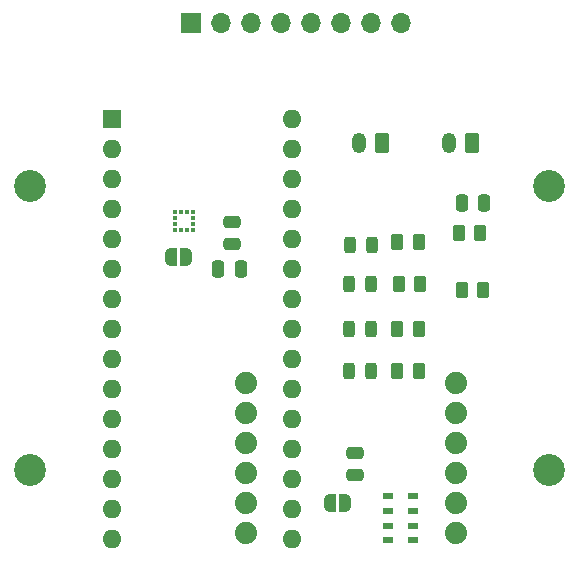
<source format=gbr>
%TF.GenerationSoftware,KiCad,Pcbnew,(6.0.7-1)-1*%
%TF.CreationDate,2023-01-25T16:43:34-06:00*%
%TF.ProjectId,BLACKBOX,424c4143-4b42-44f5-982e-6b696361645f,rev?*%
%TF.SameCoordinates,Original*%
%TF.FileFunction,Soldermask,Top*%
%TF.FilePolarity,Negative*%
%FSLAX46Y46*%
G04 Gerber Fmt 4.6, Leading zero omitted, Abs format (unit mm)*
G04 Created by KiCad (PCBNEW (6.0.7-1)-1) date 2023-01-25 16:43:34*
%MOMM*%
%LPD*%
G01*
G04 APERTURE LIST*
G04 Aperture macros list*
%AMRoundRect*
0 Rectangle with rounded corners*
0 $1 Rounding radius*
0 $2 $3 $4 $5 $6 $7 $8 $9 X,Y pos of 4 corners*
0 Add a 4 corners polygon primitive as box body*
4,1,4,$2,$3,$4,$5,$6,$7,$8,$9,$2,$3,0*
0 Add four circle primitives for the rounded corners*
1,1,$1+$1,$2,$3*
1,1,$1+$1,$4,$5*
1,1,$1+$1,$6,$7*
1,1,$1+$1,$8,$9*
0 Add four rect primitives between the rounded corners*
20,1,$1+$1,$2,$3,$4,$5,0*
20,1,$1+$1,$4,$5,$6,$7,0*
20,1,$1+$1,$6,$7,$8,$9,0*
20,1,$1+$1,$8,$9,$2,$3,0*%
%AMFreePoly0*
4,1,22,0.500000,-0.750000,0.000000,-0.750000,0.000000,-0.745033,-0.079941,-0.743568,-0.215256,-0.701293,-0.333266,-0.622738,-0.424486,-0.514219,-0.481581,-0.384460,-0.499164,-0.250000,-0.500000,-0.250000,-0.500000,0.250000,-0.499164,0.250000,-0.499963,0.256109,-0.478152,0.396186,-0.417904,0.524511,-0.324060,0.630769,-0.204165,0.706417,-0.067858,0.745374,0.000000,0.744959,0.000000,0.750000,
0.500000,0.750000,0.500000,-0.750000,0.500000,-0.750000,$1*%
%AMFreePoly1*
4,1,20,0.000000,0.744959,0.073905,0.744508,0.209726,0.703889,0.328688,0.626782,0.421226,0.519385,0.479903,0.390333,0.500000,0.250000,0.500000,-0.250000,0.499851,-0.262216,0.476331,-0.402017,0.414519,-0.529596,0.319384,-0.634700,0.198574,-0.708877,0.061801,-0.746166,0.000000,-0.745033,0.000000,-0.750000,-0.500000,-0.750000,-0.500000,0.750000,0.000000,0.750000,0.000000,0.744959,
0.000000,0.744959,$1*%
G04 Aperture macros list end*
%ADD10RoundRect,0.250000X0.262500X0.450000X-0.262500X0.450000X-0.262500X-0.450000X0.262500X-0.450000X0*%
%ADD11RoundRect,0.250000X-0.262500X-0.450000X0.262500X-0.450000X0.262500X0.450000X-0.262500X0.450000X0*%
%ADD12RoundRect,0.243750X0.243750X0.456250X-0.243750X0.456250X-0.243750X-0.456250X0.243750X-0.456250X0*%
%ADD13C,2.700000*%
%ADD14FreePoly0,0.000000*%
%ADD15FreePoly1,0.000000*%
%ADD16RoundRect,0.250000X0.350000X0.625000X-0.350000X0.625000X-0.350000X-0.625000X0.350000X-0.625000X0*%
%ADD17O,1.200000X1.750000*%
%ADD18R,0.950000X0.550000*%
%ADD19RoundRect,0.250000X0.475000X-0.250000X0.475000X0.250000X-0.475000X0.250000X-0.475000X-0.250000X0*%
%ADD20R,1.600000X1.600000*%
%ADD21O,1.600000X1.600000*%
%ADD22RoundRect,0.250000X-0.250000X-0.475000X0.250000X-0.475000X0.250000X0.475000X-0.250000X0.475000X0*%
%ADD23R,0.375000X0.350000*%
%ADD24R,0.350000X0.375000*%
%ADD25R,1.700000X1.700000*%
%ADD26O,1.700000X1.700000*%
%ADD27C,1.879600*%
G04 APERTURE END LIST*
D10*
%TO.C,R1*%
X126134500Y-61976000D03*
X124309500Y-61976000D03*
%TD*%
D11*
%TO.C,R5*%
X119229500Y-66294000D03*
X121054500Y-66294000D03*
%TD*%
D12*
%TO.C,D2*%
X116912000Y-70104000D03*
X115037000Y-70104000D03*
%TD*%
%TO.C,D1*%
X116912000Y-73660000D03*
X115037000Y-73660000D03*
%TD*%
D13*
%TO.C,*%
X132000000Y-58000000D03*
%TD*%
D11*
%TO.C,R6*%
X119126000Y-62738000D03*
X120951000Y-62738000D03*
%TD*%
D14*
%TO.C,JP3*%
X113396000Y-84836000D03*
D15*
X114696000Y-84836000D03*
%TD*%
D16*
%TO.C,J102*%
X125476000Y-54356000D03*
D17*
X123476000Y-54356000D03*
%TD*%
D13*
%TO.C,REF\u002A\u002A*%
X88000000Y-82000000D03*
%TD*%
D11*
%TO.C,R2*%
X124563500Y-66802000D03*
X126388500Y-66802000D03*
%TD*%
D12*
%TO.C,D4*%
X117015500Y-62992000D03*
X115140500Y-62992000D03*
%TD*%
D11*
%TO.C,R3*%
X119126000Y-73660000D03*
X120951000Y-73660000D03*
%TD*%
D12*
%TO.C,D3*%
X116912000Y-66294000D03*
X115037000Y-66294000D03*
%TD*%
D18*
%TO.C,U3*%
X118305000Y-84231000D03*
X118305000Y-85481000D03*
X118305000Y-86731000D03*
X118305000Y-87981000D03*
X120455000Y-87981000D03*
X120455000Y-86731000D03*
X120455000Y-85481000D03*
X120455000Y-84231000D03*
%TD*%
D19*
%TO.C,C4*%
X115570000Y-82484000D03*
X115570000Y-80584000D03*
%TD*%
%TO.C,C2*%
X105156000Y-62926000D03*
X105156000Y-61026000D03*
%TD*%
D11*
%TO.C,R4*%
X119126000Y-70104000D03*
X120951000Y-70104000D03*
%TD*%
D20*
%TO.C,A1*%
X94996000Y-52324000D03*
D21*
X94996000Y-54864000D03*
X94996000Y-57404000D03*
X94996000Y-59944000D03*
X94996000Y-62484000D03*
X94996000Y-65024000D03*
X94996000Y-67564000D03*
X94996000Y-70104000D03*
X94996000Y-72644000D03*
X94996000Y-75184000D03*
X94996000Y-77724000D03*
X94996000Y-80264000D03*
X94996000Y-82804000D03*
X94996000Y-85344000D03*
X94996000Y-87884000D03*
X110236000Y-87884000D03*
X110236000Y-85344000D03*
X110236000Y-82804000D03*
X110236000Y-80264000D03*
X110236000Y-77724000D03*
X110236000Y-75184000D03*
X110236000Y-72644000D03*
X110236000Y-70104000D03*
X110236000Y-67564000D03*
X110236000Y-65024000D03*
X110236000Y-62484000D03*
X110236000Y-59944000D03*
X110236000Y-57404000D03*
X110236000Y-54864000D03*
X110236000Y-52324000D03*
%TD*%
D13*
%TO.C,*%
X132000000Y-82000000D03*
%TD*%
%TO.C,*%
X88000000Y-58025000D03*
%TD*%
D22*
%TO.C,C1*%
X124592000Y-59436000D03*
X126492000Y-59436000D03*
%TD*%
D16*
%TO.C,J3*%
X117856000Y-54356000D03*
D17*
X115856000Y-54356000D03*
%TD*%
D14*
%TO.C,JP1*%
X99934000Y-64008000D03*
D15*
X101234000Y-64008000D03*
%TD*%
D23*
%TO.C,U2*%
X100329500Y-60210000D03*
X100329500Y-60710000D03*
X100329500Y-61210000D03*
X100329500Y-61710000D03*
D24*
X100842000Y-61722500D03*
X101342000Y-61722500D03*
D23*
X101854500Y-61710000D03*
X101854500Y-61210000D03*
X101854500Y-60710000D03*
X101854500Y-60210000D03*
D24*
X101342000Y-60197500D03*
X100842000Y-60197500D03*
%TD*%
D22*
%TO.C,C3*%
X103952000Y-65024000D03*
X105852000Y-65024000D03*
%TD*%
D25*
%TO.C,J101*%
X101615000Y-44196000D03*
D26*
X104155000Y-44196000D03*
X106695000Y-44196000D03*
X109235000Y-44196000D03*
X111775000Y-44196000D03*
X114315000Y-44196000D03*
X116855000Y-44196000D03*
X119395000Y-44196000D03*
%TD*%
D27*
%TO.C,U1*%
X106309700Y-87376000D03*
X124089700Y-87376000D03*
X124089700Y-84836000D03*
X106309700Y-84836000D03*
X124089700Y-82296000D03*
X106309700Y-82296000D03*
X106309700Y-79756000D03*
X124089700Y-79756000D03*
X106309700Y-77216000D03*
X124089700Y-77216000D03*
X106309700Y-74676000D03*
X124089700Y-74676000D03*
%TD*%
M02*

</source>
